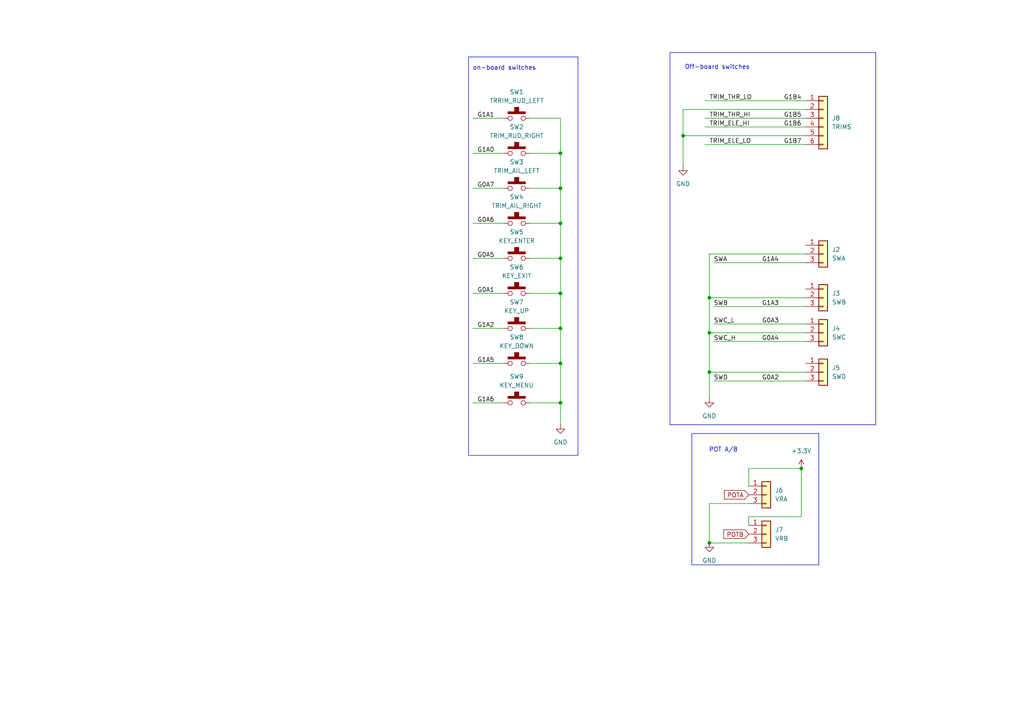
<source format=kicad_sch>
(kicad_sch
	(version 20231120)
	(generator "eeschema")
	(generator_version "8.0")
	(uuid "7913f3b0-07f7-48cf-ba54-35c47cec239d")
	(paper "A4")
	(lib_symbols
		(symbol "0my_project:Tactile_Switch_4P"
			(pin_numbers hide)
			(pin_names
				(offset 0) hide)
			(exclude_from_sim no)
			(in_bom yes)
			(on_board yes)
			(property "Reference" "SW"
				(at 3.175 3.81 0)
				(effects
					(font
						(size 1.27 1.27)
					)
				)
			)
			(property "Value" "Tactile_Switch_4P"
				(at 0 -2.54 0)
				(effects
					(font
						(size 1.27 1.27)
					)
				)
			)
			(property "Footprint" ""
				(at 0 0 0)
				(effects
					(font
						(size 1.27 1.27)
					)
					(hide yes)
				)
			)
			(property "Datasheet" ""
				(at 0 0 0)
				(effects
					(font
						(size 1.27 1.27)
					)
					(hide yes)
				)
			)
			(property "Description" "Tactile switch"
				(at 0 0 0)
				(effects
					(font
						(size 1.27 1.27)
					)
					(hide yes)
				)
			)
			(property "ki_keywords" "push switch"
				(at 0 0 0)
				(effects
					(font
						(size 1.27 1.27)
					)
					(hide yes)
				)
			)
			(property "ki_fp_filters" "TS-06104 SKRPAxE010"
				(at 0 0 0)
				(effects
					(font
						(size 1.27 1.27)
					)
					(hide yes)
				)
			)
			(symbol "Tactile_Switch_4P_0_1"
				(rectangle
					(start -2.54 1.27)
					(end 2.54 1.905)
					(stroke
						(width 0)
						(type default)
					)
					(fill
						(type outline)
					)
				)
				(circle
					(center -1.905 0)
					(radius 0.635)
					(stroke
						(width 0)
						(type default)
					)
					(fill
						(type none)
					)
				)
				(rectangle
					(start -0.635 1.905)
					(end 0.635 3.175)
					(stroke
						(width 0)
						(type default)
					)
					(fill
						(type outline)
					)
				)
				(circle
					(center 1.905 0)
					(radius 0.635)
					(stroke
						(width 0)
						(type default)
					)
					(fill
						(type none)
					)
				)
			)
			(symbol "Tactile_Switch_4P_1_1"
				(pin passive line
					(at -3.81 0 0)
					(length 1.27)
					(name "A"
						(effects
							(font
								(size 1.27 1.27)
							)
						)
					)
					(number "1"
						(effects
							(font
								(size 1.27 1.27)
							)
						)
					)
				)
				(pin passive line
					(at -3.81 0 0)
					(length 1.27) hide
					(name "B"
						(effects
							(font
								(size 1.27 1.27)
							)
						)
					)
					(number "2"
						(effects
							(font
								(size 1.27 1.27)
							)
						)
					)
				)
				(pin passive line
					(at 3.81 0 180)
					(length 1.27)
					(name "C"
						(effects
							(font
								(size 1.27 1.27)
							)
						)
					)
					(number "3"
						(effects
							(font
								(size 1.27 1.27)
							)
						)
					)
				)
				(pin passive line
					(at 3.81 0 180)
					(length 1.27) hide
					(name "D"
						(effects
							(font
								(size 1.27 1.27)
							)
						)
					)
					(number "4"
						(effects
							(font
								(size 1.27 1.27)
							)
						)
					)
				)
			)
		)
		(symbol "Connector_Generic:Conn_01x03"
			(pin_names
				(offset 1.016) hide)
			(exclude_from_sim no)
			(in_bom yes)
			(on_board yes)
			(property "Reference" "J"
				(at 0 5.08 0)
				(effects
					(font
						(size 1.27 1.27)
					)
				)
			)
			(property "Value" "Conn_01x03"
				(at 0 -5.08 0)
				(effects
					(font
						(size 1.27 1.27)
					)
				)
			)
			(property "Footprint" ""
				(at 0 0 0)
				(effects
					(font
						(size 1.27 1.27)
					)
					(hide yes)
				)
			)
			(property "Datasheet" "~"
				(at 0 0 0)
				(effects
					(font
						(size 1.27 1.27)
					)
					(hide yes)
				)
			)
			(property "Description" "Generic connector, single row, 01x03, script generated (kicad-library-utils/schlib/autogen/connector/)"
				(at 0 0 0)
				(effects
					(font
						(size 1.27 1.27)
					)
					(hide yes)
				)
			)
			(property "ki_keywords" "connector"
				(at 0 0 0)
				(effects
					(font
						(size 1.27 1.27)
					)
					(hide yes)
				)
			)
			(property "ki_fp_filters" "Connector*:*_1x??_*"
				(at 0 0 0)
				(effects
					(font
						(size 1.27 1.27)
					)
					(hide yes)
				)
			)
			(symbol "Conn_01x03_1_1"
				(rectangle
					(start -1.27 -2.413)
					(end 0 -2.667)
					(stroke
						(width 0.1524)
						(type default)
					)
					(fill
						(type none)
					)
				)
				(rectangle
					(start -1.27 0.127)
					(end 0 -0.127)
					(stroke
						(width 0.1524)
						(type default)
					)
					(fill
						(type none)
					)
				)
				(rectangle
					(start -1.27 2.667)
					(end 0 2.413)
					(stroke
						(width 0.1524)
						(type default)
					)
					(fill
						(type none)
					)
				)
				(rectangle
					(start -1.27 3.81)
					(end 1.27 -3.81)
					(stroke
						(width 0.254)
						(type default)
					)
					(fill
						(type background)
					)
				)
				(pin passive line
					(at -5.08 2.54 0)
					(length 3.81)
					(name "Pin_1"
						(effects
							(font
								(size 1.27 1.27)
							)
						)
					)
					(number "1"
						(effects
							(font
								(size 1.27 1.27)
							)
						)
					)
				)
				(pin passive line
					(at -5.08 0 0)
					(length 3.81)
					(name "Pin_2"
						(effects
							(font
								(size 1.27 1.27)
							)
						)
					)
					(number "2"
						(effects
							(font
								(size 1.27 1.27)
							)
						)
					)
				)
				(pin passive line
					(at -5.08 -2.54 0)
					(length 3.81)
					(name "Pin_3"
						(effects
							(font
								(size 1.27 1.27)
							)
						)
					)
					(number "3"
						(effects
							(font
								(size 1.27 1.27)
							)
						)
					)
				)
			)
		)
		(symbol "Connector_Generic:Conn_01x06"
			(pin_names
				(offset 1.016) hide)
			(exclude_from_sim no)
			(in_bom yes)
			(on_board yes)
			(property "Reference" "J"
				(at 0 7.62 0)
				(effects
					(font
						(size 1.27 1.27)
					)
				)
			)
			(property "Value" "Conn_01x06"
				(at 0 -10.16 0)
				(effects
					(font
						(size 1.27 1.27)
					)
				)
			)
			(property "Footprint" ""
				(at 0 0 0)
				(effects
					(font
						(size 1.27 1.27)
					)
					(hide yes)
				)
			)
			(property "Datasheet" "~"
				(at 0 0 0)
				(effects
					(font
						(size 1.27 1.27)
					)
					(hide yes)
				)
			)
			(property "Description" "Generic connector, single row, 01x06, script generated (kicad-library-utils/schlib/autogen/connector/)"
				(at 0 0 0)
				(effects
					(font
						(size 1.27 1.27)
					)
					(hide yes)
				)
			)
			(property "ki_keywords" "connector"
				(at 0 0 0)
				(effects
					(font
						(size 1.27 1.27)
					)
					(hide yes)
				)
			)
			(property "ki_fp_filters" "Connector*:*_1x??_*"
				(at 0 0 0)
				(effects
					(font
						(size 1.27 1.27)
					)
					(hide yes)
				)
			)
			(symbol "Conn_01x06_1_1"
				(rectangle
					(start -1.27 -7.493)
					(end 0 -7.747)
					(stroke
						(width 0.1524)
						(type default)
					)
					(fill
						(type none)
					)
				)
				(rectangle
					(start -1.27 -4.953)
					(end 0 -5.207)
					(stroke
						(width 0.1524)
						(type default)
					)
					(fill
						(type none)
					)
				)
				(rectangle
					(start -1.27 -2.413)
					(end 0 -2.667)
					(stroke
						(width 0.1524)
						(type default)
					)
					(fill
						(type none)
					)
				)
				(rectangle
					(start -1.27 0.127)
					(end 0 -0.127)
					(stroke
						(width 0.1524)
						(type default)
					)
					(fill
						(type none)
					)
				)
				(rectangle
					(start -1.27 2.667)
					(end 0 2.413)
					(stroke
						(width 0.1524)
						(type default)
					)
					(fill
						(type none)
					)
				)
				(rectangle
					(start -1.27 5.207)
					(end 0 4.953)
					(stroke
						(width 0.1524)
						(type default)
					)
					(fill
						(type none)
					)
				)
				(rectangle
					(start -1.27 6.35)
					(end 1.27 -8.89)
					(stroke
						(width 0.254)
						(type default)
					)
					(fill
						(type background)
					)
				)
				(pin passive line
					(at -5.08 5.08 0)
					(length 3.81)
					(name "Pin_1"
						(effects
							(font
								(size 1.27 1.27)
							)
						)
					)
					(number "1"
						(effects
							(font
								(size 1.27 1.27)
							)
						)
					)
				)
				(pin passive line
					(at -5.08 2.54 0)
					(length 3.81)
					(name "Pin_2"
						(effects
							(font
								(size 1.27 1.27)
							)
						)
					)
					(number "2"
						(effects
							(font
								(size 1.27 1.27)
							)
						)
					)
				)
				(pin passive line
					(at -5.08 0 0)
					(length 3.81)
					(name "Pin_3"
						(effects
							(font
								(size 1.27 1.27)
							)
						)
					)
					(number "3"
						(effects
							(font
								(size 1.27 1.27)
							)
						)
					)
				)
				(pin passive line
					(at -5.08 -2.54 0)
					(length 3.81)
					(name "Pin_4"
						(effects
							(font
								(size 1.27 1.27)
							)
						)
					)
					(number "4"
						(effects
							(font
								(size 1.27 1.27)
							)
						)
					)
				)
				(pin passive line
					(at -5.08 -5.08 0)
					(length 3.81)
					(name "Pin_5"
						(effects
							(font
								(size 1.27 1.27)
							)
						)
					)
					(number "5"
						(effects
							(font
								(size 1.27 1.27)
							)
						)
					)
				)
				(pin passive line
					(at -5.08 -7.62 0)
					(length 3.81)
					(name "Pin_6"
						(effects
							(font
								(size 1.27 1.27)
							)
						)
					)
					(number "6"
						(effects
							(font
								(size 1.27 1.27)
							)
						)
					)
				)
			)
		)
		(symbol "power:+3.3V"
			(power)
			(pin_numbers hide)
			(pin_names
				(offset 0) hide)
			(exclude_from_sim no)
			(in_bom yes)
			(on_board yes)
			(property "Reference" "#PWR"
				(at 0 -3.81 0)
				(effects
					(font
						(size 1.27 1.27)
					)
					(hide yes)
				)
			)
			(property "Value" "+3.3V"
				(at 0 3.556 0)
				(effects
					(font
						(size 1.27 1.27)
					)
				)
			)
			(property "Footprint" ""
				(at 0 0 0)
				(effects
					(font
						(size 1.27 1.27)
					)
					(hide yes)
				)
			)
			(property "Datasheet" ""
				(at 0 0 0)
				(effects
					(font
						(size 1.27 1.27)
					)
					(hide yes)
				)
			)
			(property "Description" "Power symbol creates a global label with name \"+3.3V\""
				(at 0 0 0)
				(effects
					(font
						(size 1.27 1.27)
					)
					(hide yes)
				)
			)
			(property "ki_keywords" "global power"
				(at 0 0 0)
				(effects
					(font
						(size 1.27 1.27)
					)
					(hide yes)
				)
			)
			(symbol "+3.3V_0_1"
				(polyline
					(pts
						(xy -0.762 1.27) (xy 0 2.54)
					)
					(stroke
						(width 0)
						(type default)
					)
					(fill
						(type none)
					)
				)
				(polyline
					(pts
						(xy 0 0) (xy 0 2.54)
					)
					(stroke
						(width 0)
						(type default)
					)
					(fill
						(type none)
					)
				)
				(polyline
					(pts
						(xy 0 2.54) (xy 0.762 1.27)
					)
					(stroke
						(width 0)
						(type default)
					)
					(fill
						(type none)
					)
				)
			)
			(symbol "+3.3V_1_1"
				(pin power_in line
					(at 0 0 90)
					(length 0)
					(name "~"
						(effects
							(font
								(size 1.27 1.27)
							)
						)
					)
					(number "1"
						(effects
							(font
								(size 1.27 1.27)
							)
						)
					)
				)
			)
		)
		(symbol "power:GND"
			(power)
			(pin_numbers hide)
			(pin_names
				(offset 0) hide)
			(exclude_from_sim no)
			(in_bom yes)
			(on_board yes)
			(property "Reference" "#PWR"
				(at 0 -6.35 0)
				(effects
					(font
						(size 1.27 1.27)
					)
					(hide yes)
				)
			)
			(property "Value" "GND"
				(at 0 -3.81 0)
				(effects
					(font
						(size 1.27 1.27)
					)
				)
			)
			(property "Footprint" ""
				(at 0 0 0)
				(effects
					(font
						(size 1.27 1.27)
					)
					(hide yes)
				)
			)
			(property "Datasheet" ""
				(at 0 0 0)
				(effects
					(font
						(size 1.27 1.27)
					)
					(hide yes)
				)
			)
			(property "Description" "Power symbol creates a global label with name \"GND\" , ground"
				(at 0 0 0)
				(effects
					(font
						(size 1.27 1.27)
					)
					(hide yes)
				)
			)
			(property "ki_keywords" "global power"
				(at 0 0 0)
				(effects
					(font
						(size 1.27 1.27)
					)
					(hide yes)
				)
			)
			(symbol "GND_0_1"
				(polyline
					(pts
						(xy 0 0) (xy 0 -1.27) (xy 1.27 -1.27) (xy 0 -2.54) (xy -1.27 -1.27) (xy 0 -1.27)
					)
					(stroke
						(width 0)
						(type default)
					)
					(fill
						(type none)
					)
				)
			)
			(symbol "GND_1_1"
				(pin power_in line
					(at 0 0 270)
					(length 0)
					(name "~"
						(effects
							(font
								(size 1.27 1.27)
							)
						)
					)
					(number "1"
						(effects
							(font
								(size 1.27 1.27)
							)
						)
					)
				)
			)
		)
	)
	(junction
		(at 162.56 44.45)
		(diameter 0)
		(color 0 0 0 0)
		(uuid "14890198-2bac-4c7f-b8ad-158a550800a6")
	)
	(junction
		(at 232.41 135.89)
		(diameter 0)
		(color 0 0 0 0)
		(uuid "55ac8f39-4e8e-4b8a-b3ac-7c55feaf5551")
	)
	(junction
		(at 162.56 116.84)
		(diameter 0)
		(color 0 0 0 0)
		(uuid "68ae068c-2eb5-4cab-a180-1f8531d50686")
	)
	(junction
		(at 205.74 96.52)
		(diameter 0)
		(color 0 0 0 0)
		(uuid "80242d53-9fad-4b16-a4c7-dd7b03816609")
	)
	(junction
		(at 205.74 107.95)
		(diameter 0)
		(color 0 0 0 0)
		(uuid "827ccbd7-8798-4bdd-92ab-d98bf51621b3")
	)
	(junction
		(at 205.74 86.36)
		(diameter 0)
		(color 0 0 0 0)
		(uuid "97ece449-f1b0-4a9d-affb-e1fc7af447d5")
	)
	(junction
		(at 205.74 157.48)
		(diameter 0)
		(color 0 0 0 0)
		(uuid "aa910161-4e39-47fc-a4c4-492e1eb87140")
	)
	(junction
		(at 162.56 74.93)
		(diameter 0)
		(color 0 0 0 0)
		(uuid "ab0d1e9e-e462-4a74-b9b8-d48b42ebca23")
	)
	(junction
		(at 198.12 39.37)
		(diameter 0)
		(color 0 0 0 0)
		(uuid "c2e4f655-57c9-4f41-870a-f4d5b33c6fa8")
	)
	(junction
		(at 162.56 64.77)
		(diameter 0)
		(color 0 0 0 0)
		(uuid "d3e27026-893f-4612-b96c-4cfecea22ef8")
	)
	(junction
		(at 162.56 95.25)
		(diameter 0)
		(color 0 0 0 0)
		(uuid "d520b5cf-c036-42c7-88c9-9c8344f3d84f")
	)
	(junction
		(at 162.56 85.09)
		(diameter 0)
		(color 0 0 0 0)
		(uuid "eed16491-2fce-49ab-a2e8-38135ed29cc4")
	)
	(junction
		(at 162.56 54.61)
		(diameter 0)
		(color 0 0 0 0)
		(uuid "f936ef3f-1eb2-4173-a355-7eb569cf1f5f")
	)
	(junction
		(at 162.56 105.41)
		(diameter 0)
		(color 0 0 0 0)
		(uuid "fc8671fd-c04d-4cfd-8abf-8fb568966b56")
	)
	(wire
		(pts
			(xy 162.56 64.77) (xy 162.56 74.93)
		)
		(stroke
			(width 0)
			(type default)
		)
		(uuid "0b449be8-d769-43cc-9109-5faa65d42cde")
	)
	(wire
		(pts
			(xy 217.17 135.89) (xy 232.41 135.89)
		)
		(stroke
			(width 0)
			(type default)
		)
		(uuid "0f1f027c-dbe7-4f05-8dfc-644aaae76a7a")
	)
	(wire
		(pts
			(xy 153.67 34.29) (xy 162.56 34.29)
		)
		(stroke
			(width 0)
			(type default)
		)
		(uuid "141a2b9b-300e-4a2f-8ea7-4a62f46a062b")
	)
	(wire
		(pts
			(xy 137.16 74.93) (xy 146.05 74.93)
		)
		(stroke
			(width 0)
			(type default)
		)
		(uuid "16ee5f1d-03f1-40b9-b2ae-5cafb5d3ac30")
	)
	(wire
		(pts
			(xy 204.47 29.21) (xy 233.68 29.21)
		)
		(stroke
			(width 0)
			(type default)
		)
		(uuid "1b0b7ab8-e4b9-4b0a-aa61-e7bc78947cd3")
	)
	(wire
		(pts
			(xy 153.67 85.09) (xy 162.56 85.09)
		)
		(stroke
			(width 0)
			(type default)
		)
		(uuid "1b867de5-6ffe-4d7e-9334-6301abeebbbd")
	)
	(wire
		(pts
			(xy 207.01 76.2) (xy 233.68 76.2)
		)
		(stroke
			(width 0)
			(type default)
		)
		(uuid "20553e6b-414c-4fa6-a3d2-4524b19fb2d9")
	)
	(wire
		(pts
			(xy 162.56 105.41) (xy 162.56 116.84)
		)
		(stroke
			(width 0)
			(type default)
		)
		(uuid "242e2bd2-2ea8-43b4-b544-94d4c6c360f3")
	)
	(wire
		(pts
			(xy 207.01 99.06) (xy 233.68 99.06)
		)
		(stroke
			(width 0)
			(type default)
		)
		(uuid "2510614b-1b7c-4a8b-83c3-d5b0638eff04")
	)
	(wire
		(pts
			(xy 153.67 44.45) (xy 162.56 44.45)
		)
		(stroke
			(width 0)
			(type default)
		)
		(uuid "275d667d-30b3-4b8e-8fba-bdb880dee018")
	)
	(wire
		(pts
			(xy 137.16 54.61) (xy 146.05 54.61)
		)
		(stroke
			(width 0)
			(type default)
		)
		(uuid "2840d7e8-3dc2-4165-800c-b73c3711b0e2")
	)
	(wire
		(pts
			(xy 232.41 149.86) (xy 232.41 135.89)
		)
		(stroke
			(width 0)
			(type default)
		)
		(uuid "28b9ab05-c863-454c-9ca0-322e383ce8e2")
	)
	(wire
		(pts
			(xy 153.67 54.61) (xy 162.56 54.61)
		)
		(stroke
			(width 0)
			(type default)
		)
		(uuid "2ebdbbc3-3084-4149-a623-12df6884baf4")
	)
	(wire
		(pts
			(xy 217.17 157.48) (xy 205.74 157.48)
		)
		(stroke
			(width 0)
			(type default)
		)
		(uuid "312d025c-b04d-4327-819e-f7f7c0451633")
	)
	(wire
		(pts
			(xy 205.74 73.66) (xy 233.68 73.66)
		)
		(stroke
			(width 0)
			(type default)
		)
		(uuid "4c3f869a-3c2a-4559-a445-83ed722edb62")
	)
	(wire
		(pts
			(xy 205.74 73.66) (xy 205.74 86.36)
		)
		(stroke
			(width 0)
			(type default)
		)
		(uuid "4f08ce27-4869-4a57-9beb-07d6873e6fe5")
	)
	(wire
		(pts
			(xy 205.74 96.52) (xy 205.74 107.95)
		)
		(stroke
			(width 0)
			(type default)
		)
		(uuid "526ccd12-9a00-43d4-aca6-c75ca5aff314")
	)
	(wire
		(pts
			(xy 162.56 85.09) (xy 162.56 95.25)
		)
		(stroke
			(width 0)
			(type default)
		)
		(uuid "5423072d-96cc-48ab-b478-9a6fc098a5cd")
	)
	(wire
		(pts
			(xy 205.74 96.52) (xy 233.68 96.52)
		)
		(stroke
			(width 0)
			(type default)
		)
		(uuid "54dda36f-7fef-476e-a5e2-8ce336d5ec2b")
	)
	(wire
		(pts
			(xy 162.56 44.45) (xy 162.56 54.61)
		)
		(stroke
			(width 0)
			(type default)
		)
		(uuid "560a9ab4-dc5e-4094-a05b-4725a4ccf790")
	)
	(wire
		(pts
			(xy 137.16 64.77) (xy 146.05 64.77)
		)
		(stroke
			(width 0)
			(type default)
		)
		(uuid "58c9bbc1-7be7-40c0-88c7-fd9a0187547d")
	)
	(wire
		(pts
			(xy 162.56 34.29) (xy 162.56 44.45)
		)
		(stroke
			(width 0)
			(type default)
		)
		(uuid "5ab45514-3636-4838-bb6d-0474bacceaba")
	)
	(wire
		(pts
			(xy 162.56 54.61) (xy 162.56 64.77)
		)
		(stroke
			(width 0)
			(type default)
		)
		(uuid "5baf6959-21e6-4b4b-af1e-e713b38a23c1")
	)
	(wire
		(pts
			(xy 207.01 93.98) (xy 233.68 93.98)
		)
		(stroke
			(width 0)
			(type default)
		)
		(uuid "5e30840f-2909-4198-86a0-74fe5086d821")
	)
	(wire
		(pts
			(xy 162.56 95.25) (xy 162.56 105.41)
		)
		(stroke
			(width 0)
			(type default)
		)
		(uuid "65ad2ff8-bc97-4079-810a-b8e3473c4057")
	)
	(wire
		(pts
			(xy 207.01 110.49) (xy 233.68 110.49)
		)
		(stroke
			(width 0)
			(type default)
		)
		(uuid "69794671-ee1b-4e3e-94f0-d3e8793df5bc")
	)
	(wire
		(pts
			(xy 217.17 140.97) (xy 217.17 135.89)
		)
		(stroke
			(width 0)
			(type default)
		)
		(uuid "6f8d696d-ff8a-4beb-abbd-0d2448dd78ec")
	)
	(wire
		(pts
			(xy 204.47 36.83) (xy 233.68 36.83)
		)
		(stroke
			(width 0)
			(type default)
		)
		(uuid "772c78a9-7241-439c-8262-3094c5198512")
	)
	(wire
		(pts
			(xy 137.16 95.25) (xy 146.05 95.25)
		)
		(stroke
			(width 0)
			(type default)
		)
		(uuid "860c04f8-4927-4bb5-93eb-254eef9f18d7")
	)
	(wire
		(pts
			(xy 204.47 41.91) (xy 233.68 41.91)
		)
		(stroke
			(width 0)
			(type default)
		)
		(uuid "8a8b94cd-e294-433c-85a8-f73920c1c811")
	)
	(wire
		(pts
			(xy 153.67 105.41) (xy 162.56 105.41)
		)
		(stroke
			(width 0)
			(type default)
		)
		(uuid "8c4bfbe1-1e02-41eb-b4ca-3de262466f58")
	)
	(wire
		(pts
			(xy 217.17 146.05) (xy 205.74 146.05)
		)
		(stroke
			(width 0)
			(type default)
		)
		(uuid "8e6ef13b-9478-4f28-bbf4-75a4ac12b1e6")
	)
	(wire
		(pts
			(xy 137.16 44.45) (xy 146.05 44.45)
		)
		(stroke
			(width 0)
			(type default)
		)
		(uuid "98debc42-6797-40d2-a2bc-18016d4a1971")
	)
	(wire
		(pts
			(xy 137.16 116.84) (xy 146.05 116.84)
		)
		(stroke
			(width 0)
			(type default)
		)
		(uuid "9a79aa86-137d-4674-af39-48a5c4eb1779")
	)
	(wire
		(pts
			(xy 153.67 64.77) (xy 162.56 64.77)
		)
		(stroke
			(width 0)
			(type default)
		)
		(uuid "9b495262-e5d4-40ae-8f32-b26c7d1b7933")
	)
	(wire
		(pts
			(xy 204.47 34.29) (xy 233.68 34.29)
		)
		(stroke
			(width 0)
			(type default)
		)
		(uuid "a166fc7f-fc33-4979-bf35-ea8754b8732b")
	)
	(wire
		(pts
			(xy 162.56 74.93) (xy 162.56 85.09)
		)
		(stroke
			(width 0)
			(type default)
		)
		(uuid "a6b225f9-0c47-4da2-8a6d-48bf6b7226c1")
	)
	(wire
		(pts
			(xy 205.74 86.36) (xy 205.74 96.52)
		)
		(stroke
			(width 0)
			(type default)
		)
		(uuid "a7102c1d-b1dd-44d7-8e30-776af1efd901")
	)
	(wire
		(pts
			(xy 198.12 39.37) (xy 233.68 39.37)
		)
		(stroke
			(width 0)
			(type default)
		)
		(uuid "a7a5c9dc-0f1d-4080-8047-427adcc54d96")
	)
	(wire
		(pts
			(xy 205.74 146.05) (xy 205.74 157.48)
		)
		(stroke
			(width 0)
			(type default)
		)
		(uuid "abd23eb2-acad-4bad-b156-b90d8127ba41")
	)
	(wire
		(pts
			(xy 137.16 85.09) (xy 146.05 85.09)
		)
		(stroke
			(width 0)
			(type default)
		)
		(uuid "af3e41cf-0444-4fef-9ecc-54898eeff1f4")
	)
	(wire
		(pts
			(xy 217.17 149.86) (xy 232.41 149.86)
		)
		(stroke
			(width 0)
			(type default)
		)
		(uuid "afed03d3-da26-44d2-ba70-3d468ec80ce7")
	)
	(wire
		(pts
			(xy 205.74 86.36) (xy 233.68 86.36)
		)
		(stroke
			(width 0)
			(type default)
		)
		(uuid "b3e006ca-071b-47e8-ad8c-092fe89d1ffa")
	)
	(wire
		(pts
			(xy 207.01 88.9) (xy 233.68 88.9)
		)
		(stroke
			(width 0)
			(type default)
		)
		(uuid "b5437c67-a475-42d3-a741-c575c88f0c40")
	)
	(wire
		(pts
			(xy 153.67 95.25) (xy 162.56 95.25)
		)
		(stroke
			(width 0)
			(type default)
		)
		(uuid "b9e55ec7-b07a-4df5-addf-7f006894276d")
	)
	(wire
		(pts
			(xy 137.16 34.29) (xy 146.05 34.29)
		)
		(stroke
			(width 0)
			(type default)
		)
		(uuid "bfbbbfa1-7ea0-48a0-bc23-7cb878366b97")
	)
	(wire
		(pts
			(xy 137.16 105.41) (xy 146.05 105.41)
		)
		(stroke
			(width 0)
			(type default)
		)
		(uuid "c78488ba-6f45-4be6-863c-50df56ef3f93")
	)
	(wire
		(pts
			(xy 198.12 31.75) (xy 198.12 39.37)
		)
		(stroke
			(width 0)
			(type default)
		)
		(uuid "c8435cab-5a7a-4089-b705-fee0a5c4197c")
	)
	(wire
		(pts
			(xy 162.56 116.84) (xy 162.56 123.19)
		)
		(stroke
			(width 0)
			(type default)
		)
		(uuid "cab78cc6-1c41-40b2-ab4c-b05d7387dc62")
	)
	(wire
		(pts
			(xy 153.67 74.93) (xy 162.56 74.93)
		)
		(stroke
			(width 0)
			(type default)
		)
		(uuid "cd1d236c-7f79-4809-a77a-b8479193511f")
	)
	(wire
		(pts
			(xy 217.17 152.4) (xy 217.17 149.86)
		)
		(stroke
			(width 0)
			(type default)
		)
		(uuid "cff09758-4723-46f3-9c00-1e59f4b80bc3")
	)
	(wire
		(pts
			(xy 198.12 31.75) (xy 233.68 31.75)
		)
		(stroke
			(width 0)
			(type default)
		)
		(uuid "d6bbec49-cdfe-477e-8e35-6be77d6e1956")
	)
	(wire
		(pts
			(xy 205.74 107.95) (xy 233.68 107.95)
		)
		(stroke
			(width 0)
			(type default)
		)
		(uuid "e0d2fa83-efc4-4a8e-b26a-7d5a24dee782")
	)
	(wire
		(pts
			(xy 153.67 116.84) (xy 162.56 116.84)
		)
		(stroke
			(width 0)
			(type default)
		)
		(uuid "ef60769e-ec57-4549-9b24-5de3c4ea4a2f")
	)
	(wire
		(pts
			(xy 205.74 115.57) (xy 205.74 107.95)
		)
		(stroke
			(width 0)
			(type default)
		)
		(uuid "efd79c5f-4014-483b-a291-7f34f0c8b19f")
	)
	(wire
		(pts
			(xy 198.12 39.37) (xy 198.12 48.26)
		)
		(stroke
			(width 0)
			(type default)
		)
		(uuid "eff0aaae-98e4-46a3-bbc1-a74a675a6d9d")
	)
	(rectangle
		(start 194.31 15.24)
		(end 254 123.19)
		(stroke
			(width 0)
			(type default)
		)
		(fill
			(type none)
		)
		(uuid 1e54606b-8f4a-4058-957b-7912cc5e101f)
	)
	(rectangle
		(start 135.89 16.51)
		(end 167.64 132.08)
		(stroke
			(width 0)
			(type default)
		)
		(fill
			(type none)
		)
		(uuid 33f38096-81a2-4730-86f0-3545d06aeac2)
	)
	(rectangle
		(start 200.66 125.73)
		(end 237.49 163.83)
		(stroke
			(width 0)
			(type default)
		)
		(fill
			(type none)
		)
		(uuid 60c0c696-ffea-4e60-9b82-a6336a5c7f19)
	)
	(text "POT A/B"
		(exclude_from_sim no)
		(at 209.804 130.556 0)
		(effects
			(font
				(size 1.27 1.27)
			)
		)
		(uuid "2749e768-a782-4f41-a9b8-ce8a9538410e")
	)
	(text "on-board switches"
		(exclude_from_sim no)
		(at 146.304 19.812 0)
		(effects
			(font
				(size 1.27 1.27)
			)
		)
		(uuid "4386126b-7654-4901-bc7d-fcae290fd9a4")
	)
	(text "Off-board switches"
		(exclude_from_sim no)
		(at 208.026 19.558 0)
		(effects
			(font
				(size 1.27 1.27)
			)
		)
		(uuid "ba2aafda-8e16-44a6-bedb-3eca37a9f83d")
	)
	(label "G0A7"
		(at 138.43 54.61 0)
		(fields_autoplaced yes)
		(effects
			(font
				(size 1.27 1.27)
			)
			(justify left bottom)
		)
		(uuid "03bd588f-0ad7-4a7c-a291-2ce99b94a5bd")
	)
	(label "G1B5"
		(at 227.33 34.29 0)
		(fields_autoplaced yes)
		(effects
			(font
				(size 1.27 1.27)
			)
			(justify left bottom)
		)
		(uuid "067ff4b8-c28d-479b-afe7-a4ba9ed85f93")
	)
	(label "G0A2"
		(at 220.98 110.49 0)
		(fields_autoplaced yes)
		(effects
			(font
				(size 1.27 1.27)
			)
			(justify left bottom)
		)
		(uuid "0bddff46-b9bf-4b49-bee3-8a2a1081bee2")
	)
	(label "G1A6"
		(at 138.43 116.84 0)
		(fields_autoplaced yes)
		(effects
			(font
				(size 1.27 1.27)
			)
			(justify left bottom)
		)
		(uuid "0f39e9f3-ddbd-4d33-8652-8bc36784396f")
	)
	(label "SWC_H"
		(at 207.01 99.06 0)
		(fields_autoplaced yes)
		(effects
			(font
				(size 1.27 1.27)
			)
			(justify left bottom)
		)
		(uuid "16545f13-b46d-40bf-8e02-72e47ba8959d")
	)
	(label "G1B6"
		(at 227.33 36.83 0)
		(fields_autoplaced yes)
		(effects
			(font
				(size 1.27 1.27)
			)
			(justify left bottom)
		)
		(uuid "16e2235d-240c-4ec9-9cf8-2071a4ec7e6d")
	)
	(label "G0A3"
		(at 220.98 93.98 0)
		(fields_autoplaced yes)
		(effects
			(font
				(size 1.27 1.27)
			)
			(justify left bottom)
		)
		(uuid "21c3e87a-f6ce-4adb-a9cc-0ae93b23d011")
	)
	(label "G1B7"
		(at 227.33 41.91 0)
		(fields_autoplaced yes)
		(effects
			(font
				(size 1.27 1.27)
			)
			(justify left bottom)
		)
		(uuid "31ec83a2-e224-4d57-85f2-683815f31c25")
	)
	(label "G1A2"
		(at 138.43 95.25 0)
		(fields_autoplaced yes)
		(effects
			(font
				(size 1.27 1.27)
			)
			(justify left bottom)
		)
		(uuid "32ba84e4-81df-4cf2-a87a-e24a6a959d77")
	)
	(label "SWC_L"
		(at 207.01 93.98 0)
		(fields_autoplaced yes)
		(effects
			(font
				(size 1.27 1.27)
			)
			(justify left bottom)
		)
		(uuid "3a13e030-4376-42c9-9682-671e5ae2f2dd")
	)
	(label "G0A5"
		(at 138.43 74.93 0)
		(fields_autoplaced yes)
		(effects
			(font
				(size 1.27 1.27)
			)
			(justify left bottom)
		)
		(uuid "55119274-f23c-4a72-bde0-f34c5543e815")
	)
	(label "G1A4"
		(at 220.98 76.2 0)
		(fields_autoplaced yes)
		(effects
			(font
				(size 1.27 1.27)
			)
			(justify left bottom)
		)
		(uuid "5fd5a20c-97b5-4855-b5ed-20ef71a2ff60")
	)
	(label "TRIM_THR_HI"
		(at 205.74 34.29 0)
		(fields_autoplaced yes)
		(effects
			(font
				(size 1.27 1.27)
			)
			(justify left bottom)
		)
		(uuid "61c83bd7-5160-4ff5-b717-838e0294e7b6")
	)
	(label "G1A5"
		(at 138.43 105.41 0)
		(fields_autoplaced yes)
		(effects
			(font
				(size 1.27 1.27)
			)
			(justify left bottom)
		)
		(uuid "653c1b39-df99-406a-a33f-ea5c66e2f830")
	)
	(label "G0A4"
		(at 220.98 99.06 0)
		(fields_autoplaced yes)
		(effects
			(font
				(size 1.27 1.27)
			)
			(justify left bottom)
		)
		(uuid "690c4783-3887-475c-86f9-e511b78750fc")
	)
	(label "G0A6"
		(at 138.43 64.77 0)
		(fields_autoplaced yes)
		(effects
			(font
				(size 1.27 1.27)
			)
			(justify left bottom)
		)
		(uuid "9359f169-2663-449d-ba41-cd26b44600cc")
	)
	(label "G1A3"
		(at 220.98 88.9 0)
		(fields_autoplaced yes)
		(effects
			(font
				(size 1.27 1.27)
			)
			(justify left bottom)
		)
		(uuid "99135956-1aaa-45e1-815d-33f02015d0d0")
	)
	(label "TRIM_ELE_HI"
		(at 205.74 36.83 0)
		(fields_autoplaced yes)
		(effects
			(font
				(size 1.27 1.27)
			)
			(justify left bottom)
		)
		(uuid "a453c5f4-7f38-458e-8a73-8860e5ac6847")
	)
	(label "G1A0"
		(at 138.43 44.45 0)
		(fields_autoplaced yes)
		(effects
			(font
				(size 1.27 1.27)
			)
			(justify left bottom)
		)
		(uuid "a5565f8b-babe-4f3d-b069-106caea25b56")
	)
	(label "G1A1"
		(at 138.43 34.29 0)
		(fields_autoplaced yes)
		(effects
			(font
				(size 1.27 1.27)
			)
			(justify left bottom)
		)
		(uuid "cf2b1656-6988-4984-88b9-2e6ff11404cb")
	)
	(label "TRIM_ELE_LO"
		(at 205.74 41.91 0)
		(fields_autoplaced yes)
		(effects
			(font
				(size 1.27 1.27)
			)
			(justify left bottom)
		)
		(uuid "d1c9ff52-5b4d-4295-8df6-52e7936807f0")
	)
	(label "G0A1"
		(at 138.43 85.09 0)
		(fields_autoplaced yes)
		(effects
			(font
				(size 1.27 1.27)
			)
			(justify left bottom)
		)
		(uuid "d4c446c7-4a21-4158-b111-00d8f4e45027")
	)
	(label "TRIM_THR_LO"
		(at 205.74 29.21 0)
		(fields_autoplaced yes)
		(effects
			(font
				(size 1.27 1.27)
			)
			(justify left bottom)
		)
		(uuid "dcb919bf-75a6-4747-9380-cb83fa2b66af")
	)
	(label "SWD"
		(at 207.01 110.49 0)
		(fields_autoplaced yes)
		(effects
			(font
				(size 1.27 1.27)
			)
			(justify left bottom)
		)
		(uuid "dfd15a50-13e1-47a8-81c2-84c8a2e939d3")
	)
	(label "SWA"
		(at 207.01 76.2 0)
		(fields_autoplaced yes)
		(effects
			(font
				(size 1.27 1.27)
			)
			(justify left bottom)
		)
		(uuid "e0c58696-ddf5-4746-8820-6b5128e14efc")
	)
	(label "SWB"
		(at 207.01 88.9 0)
		(fields_autoplaced yes)
		(effects
			(font
				(size 1.27 1.27)
			)
			(justify left bottom)
		)
		(uuid "f0f260b8-0b41-43f6-94a4-379e7acc650b")
	)
	(label "G1B4"
		(at 227.33 29.21 0)
		(fields_autoplaced yes)
		(effects
			(font
				(size 1.27 1.27)
			)
			(justify left bottom)
		)
		(uuid "f4d2c123-70ec-458b-a3bf-afc70e80c97e")
	)
	(global_label "POTB"
		(shape input)
		(at 217.17 154.94 180)
		(fields_autoplaced yes)
		(effects
			(font
				(size 1.27 1.27)
			)
			(justify right)
		)
		(uuid "38c3d15c-e9fa-4953-adac-f66e32335af4")
		(property "Intersheetrefs" "${INTERSHEET_REFS}"
			(at 209.3467 154.94 0)
			(effects
				(font
					(size 1.27 1.27)
				)
				(justify right)
				(hide yes)
			)
		)
	)
	(global_label "POTA"
		(shape input)
		(at 217.17 143.51 180)
		(fields_autoplaced yes)
		(effects
			(font
				(size 1.27 1.27)
			)
			(justify right)
		)
		(uuid "807dee5c-7f13-4af4-b3a7-1c52b837b9b1")
		(property "Intersheetrefs" "${INTERSHEET_REFS}"
			(at 209.5281 143.51 0)
			(effects
				(font
					(size 1.27 1.27)
				)
				(justify right)
				(hide yes)
			)
		)
	)
	(symbol
		(lib_id "0my_project:Tactile_Switch_4P")
		(at 149.86 105.41 0)
		(unit 1)
		(exclude_from_sim no)
		(in_bom yes)
		(on_board yes)
		(dnp no)
		(fields_autoplaced yes)
		(uuid "2d73b68f-496e-47e2-9729-278001478c29")
		(property "Reference" "SW8"
			(at 149.86 97.79 0)
			(effects
				(font
					(size 1.27 1.27)
				)
			)
		)
		(property "Value" "KEY_DOWN"
			(at 149.86 100.33 0)
			(effects
				(font
					(size 1.27 1.27)
				)
			)
		)
		(property "Footprint" "my_footprints:SW_6.2mm"
			(at 149.86 105.41 0)
			(effects
				(font
					(size 1.27 1.27)
				)
				(hide yes)
			)
		)
		(property "Datasheet" ""
			(at 149.86 105.41 0)
			(effects
				(font
					(size 1.27 1.27)
				)
				(hide yes)
			)
		)
		(property "Description" "Tactile switch"
			(at 149.86 105.41 0)
			(effects
				(font
					(size 1.27 1.27)
				)
				(hide yes)
			)
		)
		(pin "3"
			(uuid "a0d02c62-00ec-4421-aefe-38292200d02b")
		)
		(pin "1"
			(uuid "924779c0-effd-49d8-aa63-c3d5c98f0eb1")
		)
		(pin "4"
			(uuid "2a71eaa9-9223-4c03-9409-f359d3edd25d")
		)
		(pin "2"
			(uuid "c3065a8f-8f93-46ac-9eb4-aa3591097ab5")
		)
		(instances
			(project "FS6"
				(path "/f9f54452-72bc-42e0-a85c-2b2c5cedd536/b1aced65-cda0-4d30-b2f4-6d0180c9f383"
					(reference "SW8")
					(unit 1)
				)
			)
		)
	)
	(symbol
		(lib_id "Connector_Generic:Conn_01x03")
		(at 222.25 154.94 0)
		(unit 1)
		(exclude_from_sim no)
		(in_bom yes)
		(on_board yes)
		(dnp no)
		(fields_autoplaced yes)
		(uuid "33003494-71ca-44d6-9c51-a6ac3dcecabd")
		(property "Reference" "J7"
			(at 224.79 153.6699 0)
			(effects
				(font
					(size 1.27 1.27)
				)
				(justify left)
			)
		)
		(property "Value" "VRB"
			(at 224.79 156.2099 0)
			(effects
				(font
					(size 1.27 1.27)
				)
				(justify left)
			)
		)
		(property "Footprint" "Connector_JST:JST_GH_BM03B-GHS-TBT_1x03-1MP_P1.25mm_Vertical"
			(at 222.25 154.94 0)
			(effects
				(font
					(size 1.27 1.27)
				)
				(hide yes)
			)
		)
		(property "Datasheet" "~"
			(at 222.25 154.94 0)
			(effects
				(font
					(size 1.27 1.27)
				)
				(hide yes)
			)
		)
		(property "Description" "Generic connector, single row, 01x03, script generated (kicad-library-utils/schlib/autogen/connector/)"
			(at 222.25 154.94 0)
			(effects
				(font
					(size 1.27 1.27)
				)
				(hide yes)
			)
		)
		(pin "3"
			(uuid "b30de3f7-2533-4206-a134-ea6237ae1a77")
		)
		(pin "2"
			(uuid "919ef90e-4243-4313-8a0d-3226f27e08fa")
		)
		(pin "1"
			(uuid "e91c73d9-774c-4cab-b436-396518d21564")
		)
		(instances
			(project "FS6"
				(path "/f9f54452-72bc-42e0-a85c-2b2c5cedd536/b1aced65-cda0-4d30-b2f4-6d0180c9f383"
					(reference "J7")
					(unit 1)
				)
			)
		)
	)
	(symbol
		(lib_id "0my_project:Tactile_Switch_4P")
		(at 149.86 116.84 0)
		(unit 1)
		(exclude_from_sim no)
		(in_bom yes)
		(on_board yes)
		(dnp no)
		(fields_autoplaced yes)
		(uuid "387f7275-be2b-4d1b-9b37-926afa13e031")
		(property "Reference" "SW9"
			(at 149.86 109.22 0)
			(effects
				(font
					(size 1.27 1.27)
				)
			)
		)
		(property "Value" "KEY_MENU"
			(at 149.86 111.76 0)
			(effects
				(font
					(size 1.27 1.27)
				)
			)
		)
		(property "Footprint" "my_footprints:SW_12mm"
			(at 149.86 116.84 0)
			(effects
				(font
					(size 1.27 1.27)
				)
				(hide yes)
			)
		)
		(property "Datasheet" ""
			(at 149.86 116.84 0)
			(effects
				(font
					(size 1.27 1.27)
				)
				(hide yes)
			)
		)
		(property "Description" "Tactile switch"
			(at 149.86 116.84 0)
			(effects
				(font
					(size 1.27 1.27)
				)
				(hide yes)
			)
		)
		(pin "3"
			(uuid "9816c3ed-418b-4535-8f7d-65e2314ee2bc")
		)
		(pin "1"
			(uuid "79f23b04-7360-43f4-9137-b5b312623176")
		)
		(pin "4"
			(uuid "1d68b86b-b488-4cd5-9c81-7dbff93e1c34")
		)
		(pin "2"
			(uuid "e3e77a77-7db7-4dbb-b01b-4f60224900fb")
		)
		(instances
			(project "FS6"
				(path "/f9f54452-72bc-42e0-a85c-2b2c5cedd536/b1aced65-cda0-4d30-b2f4-6d0180c9f383"
					(reference "SW9")
					(unit 1)
				)
			)
		)
	)
	(symbol
		(lib_id "0my_project:Tactile_Switch_4P")
		(at 149.86 95.25 0)
		(unit 1)
		(exclude_from_sim no)
		(in_bom yes)
		(on_board yes)
		(dnp no)
		(fields_autoplaced yes)
		(uuid "3ebc62c8-7eea-40f8-81af-008a1b2ac1ac")
		(property "Reference" "SW7"
			(at 149.86 87.63 0)
			(effects
				(font
					(size 1.27 1.27)
				)
			)
		)
		(property "Value" "KEY_UP"
			(at 149.86 90.17 0)
			(effects
				(font
					(size 1.27 1.27)
				)
			)
		)
		(property "Footprint" "my_footprints:SW_6.2mm"
			(at 149.86 95.25 0)
			(effects
				(font
					(size 1.27 1.27)
				)
				(hide yes)
			)
		)
		(property "Datasheet" ""
			(at 149.86 95.25 0)
			(effects
				(font
					(size 1.27 1.27)
				)
				(hide yes)
			)
		)
		(property "Description" "Tactile switch"
			(at 149.86 95.25 0)
			(effects
				(font
					(size 1.27 1.27)
				)
				(hide yes)
			)
		)
		(pin "3"
			(uuid "e9a50d3e-9df2-48e1-936a-66f490d728a6")
		)
		(pin "1"
			(uuid "a781936c-dbef-489e-95f5-d0ee44cfa367")
		)
		(pin "4"
			(uuid "67015647-6749-4e1f-bd6f-1ba4d1529de9")
		)
		(pin "2"
			(uuid "770d04fc-f3d6-4409-af01-4bde4608a529")
		)
		(instances
			(project "FS6"
				(path "/f9f54452-72bc-42e0-a85c-2b2c5cedd536/b1aced65-cda0-4d30-b2f4-6d0180c9f383"
					(reference "SW7")
					(unit 1)
				)
			)
		)
	)
	(symbol
		(lib_id "0my_project:Tactile_Switch_4P")
		(at 149.86 64.77 0)
		(unit 1)
		(exclude_from_sim no)
		(in_bom yes)
		(on_board yes)
		(dnp no)
		(fields_autoplaced yes)
		(uuid "420a0f14-fcac-491b-a7de-e7fdee167a88")
		(property "Reference" "SW4"
			(at 149.86 57.15 0)
			(effects
				(font
					(size 1.27 1.27)
				)
			)
		)
		(property "Value" "TRIM_AIL_RIGHT"
			(at 149.86 59.69 0)
			(effects
				(font
					(size 1.27 1.27)
				)
			)
		)
		(property "Footprint" "my_footprints:SW_6.2mm"
			(at 149.86 64.77 0)
			(effects
				(font
					(size 1.27 1.27)
				)
				(hide yes)
			)
		)
		(property "Datasheet" ""
			(at 149.86 64.77 0)
			(effects
				(font
					(size 1.27 1.27)
				)
				(hide yes)
			)
		)
		(property "Description" "Tactile switch"
			(at 149.86 64.77 0)
			(effects
				(font
					(size 1.27 1.27)
				)
				(hide yes)
			)
		)
		(pin "3"
			(uuid "f5e9b4a1-b997-411b-9034-c05fe0ff9a27")
		)
		(pin "1"
			(uuid "dcb23280-c637-4b69-abd8-4195e26263c5")
		)
		(pin "4"
			(uuid "ef6258ae-5b8b-48d6-9abd-514e54021804")
		)
		(pin "2"
			(uuid "8098c7f1-1525-42b5-8a8d-df88312bbaca")
		)
		(instances
			(project "FS6"
				(path "/f9f54452-72bc-42e0-a85c-2b2c5cedd536/b1aced65-cda0-4d30-b2f4-6d0180c9f383"
					(reference "SW4")
					(unit 1)
				)
			)
		)
	)
	(symbol
		(lib_id "power:GND")
		(at 162.56 123.19 0)
		(unit 1)
		(exclude_from_sim no)
		(in_bom yes)
		(on_board yes)
		(dnp no)
		(fields_autoplaced yes)
		(uuid "42bcedb4-e922-4f4b-9650-0e983c46589f")
		(property "Reference" "#PWR021"
			(at 162.56 129.54 0)
			(effects
				(font
					(size 1.27 1.27)
				)
				(hide yes)
			)
		)
		(property "Value" "GND"
			(at 162.56 128.27 0)
			(effects
				(font
					(size 1.27 1.27)
				)
			)
		)
		(property "Footprint" ""
			(at 162.56 123.19 0)
			(effects
				(font
					(size 1.27 1.27)
				)
				(hide yes)
			)
		)
		(property "Datasheet" ""
			(at 162.56 123.19 0)
			(effects
				(font
					(size 1.27 1.27)
				)
				(hide yes)
			)
		)
		(property "Description" "Power symbol creates a global label with name \"GND\" , ground"
			(at 162.56 123.19 0)
			(effects
				(font
					(size 1.27 1.27)
				)
				(hide yes)
			)
		)
		(pin "1"
			(uuid "081c18a1-aed4-4e4f-96a6-c882c4046fce")
		)
		(instances
			(project "FS6"
				(path "/f9f54452-72bc-42e0-a85c-2b2c5cedd536/b1aced65-cda0-4d30-b2f4-6d0180c9f383"
					(reference "#PWR021")
					(unit 1)
				)
			)
		)
	)
	(symbol
		(lib_id "power:GND")
		(at 205.74 157.48 0)
		(unit 1)
		(exclude_from_sim no)
		(in_bom yes)
		(on_board yes)
		(dnp no)
		(fields_autoplaced yes)
		(uuid "45656a88-daa9-48f0-aaf6-5e9baed8d81e")
		(property "Reference" "#PWR053"
			(at 205.74 163.83 0)
			(effects
				(font
					(size 1.27 1.27)
				)
				(hide yes)
			)
		)
		(property "Value" "GND"
			(at 205.74 162.56 0)
			(effects
				(font
					(size 1.27 1.27)
				)
			)
		)
		(property "Footprint" ""
			(at 205.74 157.48 0)
			(effects
				(font
					(size 1.27 1.27)
				)
				(hide yes)
			)
		)
		(property "Datasheet" ""
			(at 205.74 157.48 0)
			(effects
				(font
					(size 1.27 1.27)
				)
				(hide yes)
			)
		)
		(property "Description" "Power symbol creates a global label with name \"GND\" , ground"
			(at 205.74 157.48 0)
			(effects
				(font
					(size 1.27 1.27)
				)
				(hide yes)
			)
		)
		(pin "1"
			(uuid "cf9230fc-ccb1-4edc-936d-674592e9c907")
		)
		(instances
			(project "FS6"
				(path "/f9f54452-72bc-42e0-a85c-2b2c5cedd536/b1aced65-cda0-4d30-b2f4-6d0180c9f383"
					(reference "#PWR053")
					(unit 1)
				)
			)
		)
	)
	(symbol
		(lib_id "power:GND")
		(at 198.12 48.26 0)
		(unit 1)
		(exclude_from_sim no)
		(in_bom yes)
		(on_board yes)
		(dnp no)
		(fields_autoplaced yes)
		(uuid "5f31c8c6-96d5-412e-bbf1-cb5f9fa55b01")
		(property "Reference" "#PWR070"
			(at 198.12 54.61 0)
			(effects
				(font
					(size 1.27 1.27)
				)
				(hide yes)
			)
		)
		(property "Value" "GND"
			(at 198.12 53.34 0)
			(effects
				(font
					(size 1.27 1.27)
				)
			)
		)
		(property "Footprint" ""
			(at 198.12 48.26 0)
			(effects
				(font
					(size 1.27 1.27)
				)
				(hide yes)
			)
		)
		(property "Datasheet" ""
			(at 198.12 48.26 0)
			(effects
				(font
					(size 1.27 1.27)
				)
				(hide yes)
			)
		)
		(property "Description" "Power symbol creates a global label with name \"GND\" , ground"
			(at 198.12 48.26 0)
			(effects
				(font
					(size 1.27 1.27)
				)
				(hide yes)
			)
		)
		(pin "1"
			(uuid "d09969fd-da49-4f3a-ab2f-fd8f21d86e11")
		)
		(instances
			(project "FS6"
				(path "/f9f54452-72bc-42e0-a85c-2b2c5cedd536/b1aced65-cda0-4d30-b2f4-6d0180c9f383"
					(reference "#PWR070")
					(unit 1)
				)
			)
		)
	)
	(symbol
		(lib_id "Connector_Generic:Conn_01x03")
		(at 238.76 86.36 0)
		(unit 1)
		(exclude_from_sim no)
		(in_bom yes)
		(on_board yes)
		(dnp no)
		(fields_autoplaced yes)
		(uuid "6a2e2563-51a6-40eb-b7ef-6ace437ccc39")
		(property "Reference" "J3"
			(at 241.3 85.0899 0)
			(effects
				(font
					(size 1.27 1.27)
				)
				(justify left)
			)
		)
		(property "Value" "SWB"
			(at 241.3 87.6299 0)
			(effects
				(font
					(size 1.27 1.27)
				)
				(justify left)
			)
		)
		(property "Footprint" "Connector_JST:JST_GH_BM03B-GHS-TBT_1x03-1MP_P1.25mm_Vertical"
			(at 238.76 86.36 0)
			(effects
				(font
					(size 1.27 1.27)
				)
				(hide yes)
			)
		)
		(property "Datasheet" "~"
			(at 238.76 86.36 0)
			(effects
				(font
					(size 1.27 1.27)
				)
				(hide yes)
			)
		)
		(property "Description" "Generic connector, single row, 01x03, script generated (kicad-library-utils/schlib/autogen/connector/)"
			(at 238.76 86.36 0)
			(effects
				(font
					(size 1.27 1.27)
				)
				(hide yes)
			)
		)
		(pin "3"
			(uuid "b07d9ddd-ca9d-4c1f-b7d3-d7a2a2848c82")
		)
		(pin "2"
			(uuid "4abc5700-b0f8-4565-87be-8d48dea94b26")
		)
		(pin "1"
			(uuid "6f8a4424-7ae8-477c-ae45-fb33302e82c0")
		)
		(instances
			(project "FS6"
				(path "/f9f54452-72bc-42e0-a85c-2b2c5cedd536/b1aced65-cda0-4d30-b2f4-6d0180c9f383"
					(reference "J3")
					(unit 1)
				)
			)
		)
	)
	(symbol
		(lib_id "Connector_Generic:Conn_01x03")
		(at 238.76 96.52 0)
		(unit 1)
		(exclude_from_sim no)
		(in_bom yes)
		(on_board yes)
		(dnp no)
		(fields_autoplaced yes)
		(uuid "8487d319-56f2-46bb-88db-dd190c1fb713")
		(property "Reference" "J4"
			(at 241.3 95.2499 0)
			(effects
				(font
					(size 1.27 1.27)
				)
				(justify left)
			)
		)
		(property "Value" "SWC"
			(at 241.3 97.7899 0)
			(effects
				(font
					(size 1.27 1.27)
				)
				(justify left)
			)
		)
		(property "Footprint" "Connector_JST:JST_GH_BM03B-GHS-TBT_1x03-1MP_P1.25mm_Vertical"
			(at 238.76 96.52 0)
			(effects
				(font
					(size 1.27 1.27)
				)
				(hide yes)
			)
		)
		(property "Datasheet" "~"
			(at 238.76 96.52 0)
			(effects
				(font
					(size 1.27 1.27)
				)
				(hide yes)
			)
		)
		(property "Description" "Generic connector, single row, 01x03, script generated (kicad-library-utils/schlib/autogen/connector/)"
			(at 238.76 96.52 0)
			(effects
				(font
					(size 1.27 1.27)
				)
				(hide yes)
			)
		)
		(pin "3"
			(uuid "c66d8136-3674-4198-87a6-6847de6bd0da")
		)
		(pin "2"
			(uuid "09d120c4-ba0d-40d7-a1b7-42d1a5ce8af3")
		)
		(pin "1"
			(uuid "93446a38-cb7a-4a4a-8839-a7d8710969e7")
		)
		(instances
			(project "FS6"
				(path "/f9f54452-72bc-42e0-a85c-2b2c5cedd536/b1aced65-cda0-4d30-b2f4-6d0180c9f383"
					(reference "J4")
					(unit 1)
				)
			)
		)
	)
	(symbol
		(lib_id "Connector_Generic:Conn_01x06")
		(at 238.76 34.29 0)
		(unit 1)
		(exclude_from_sim no)
		(in_bom yes)
		(on_board yes)
		(dnp no)
		(fields_autoplaced yes)
		(uuid "8ab51b63-e50a-4ea5-b372-68bf2280d93c")
		(property "Reference" "J8"
			(at 241.3 34.2899 0)
			(effects
				(font
					(size 1.27 1.27)
				)
				(justify left)
			)
		)
		(property "Value" "TRIMS"
			(at 241.3 36.8299 0)
			(effects
				(font
					(size 1.27 1.27)
				)
				(justify left)
			)
		)
		(property "Footprint" "my_footprints:JST_ZH1.50mm_6_PIN_Vertical"
			(at 238.76 34.29 0)
			(effects
				(font
					(size 1.27 1.27)
				)
				(hide yes)
			)
		)
		(property "Datasheet" "~"
			(at 238.76 34.29 0)
			(effects
				(font
					(size 1.27 1.27)
				)
				(hide yes)
			)
		)
		(property "Description" "Generic connector, single row, 01x06, script generated (kicad-library-utils/schlib/autogen/connector/)"
			(at 238.76 34.29 0)
			(effects
				(font
					(size 1.27 1.27)
				)
				(hide yes)
			)
		)
		(pin "6"
			(uuid "e6571a21-ec1f-44c8-b296-9fae2cb0f3b0")
		)
		(pin "1"
			(uuid "1cff447c-2f3e-477d-93ee-5adaf071fdc0")
		)
		(pin "3"
			(uuid "71aca032-bf4c-4f53-830b-8a946a706172")
		)
		(pin "2"
			(uuid "33322efc-1f4b-4b5c-8d66-1a38a37025cd")
		)
		(pin "4"
			(uuid "8eab6f00-2958-4fe2-b57a-db60689e86e6")
		)
		(pin "5"
			(uuid "0752e0ae-3034-43ad-9c50-dc4257e121f4")
		)
		(instances
			(project "FS6"
				(path "/f9f54452-72bc-42e0-a85c-2b2c5cedd536/b1aced65-cda0-4d30-b2f4-6d0180c9f383"
					(reference "J8")
					(unit 1)
				)
			)
		)
	)
	(symbol
		(lib_id "0my_project:Tactile_Switch_4P")
		(at 149.86 34.29 0)
		(unit 1)
		(exclude_from_sim no)
		(in_bom yes)
		(on_board yes)
		(dnp no)
		(fields_autoplaced yes)
		(uuid "8d9b9a28-110c-4f76-a017-4f4b2c1e5de4")
		(property "Reference" "SW1"
			(at 149.86 26.67 0)
			(effects
				(font
					(size 1.27 1.27)
				)
			)
		)
		(property "Value" "TRRIM_RUD_LEFT"
			(at 149.86 29.21 0)
			(effects
				(font
					(size 1.27 1.27)
				)
			)
		)
		(property "Footprint" "my_footprints:SW_6.2mm"
			(at 149.86 34.29 0)
			(effects
				(font
					(size 1.27 1.27)
				)
				(hide yes)
			)
		)
		(property "Datasheet" ""
			(at 149.86 34.29 0)
			(effects
				(font
					(size 1.27 1.27)
				)
				(hide yes)
			)
		)
		(property "Description" "Tactile switch"
			(at 149.86 34.29 0)
			(effects
				(font
					(size 1.27 1.27)
				)
				(hide yes)
			)
		)
		(pin "3"
			(uuid "16573192-1d51-41b9-8c85-5ea7595e38be")
		)
		(pin "1"
			(uuid "64d7b140-9523-4132-a535-f98eb0a5b9fe")
		)
		(pin "4"
			(uuid "150a11c8-a248-4127-aa6a-064273500bbf")
		)
		(pin "2"
			(uuid "94b99a5c-f393-4679-8361-64c43fb42679")
		)
		(instances
			(project "FS6"
				(path "/f9f54452-72bc-42e0-a85c-2b2c5cedd536/b1aced65-cda0-4d30-b2f4-6d0180c9f383"
					(reference "SW1")
					(unit 1)
				)
			)
		)
	)
	(symbol
		(lib_id "Connector_Generic:Conn_01x03")
		(at 222.25 143.51 0)
		(unit 1)
		(exclude_from_sim no)
		(in_bom yes)
		(on_board yes)
		(dnp no)
		(fields_autoplaced yes)
		(uuid "91b788ce-d2db-4a89-b529-3bf7bab5f175")
		(property "Reference" "J6"
			(at 224.79 142.2399 0)
			(effects
				(font
					(size 1.27 1.27)
				)
				(justify left)
			)
		)
		(property "Value" "VRA"
			(at 224.79 144.7799 0)
			(effects
				(font
					(size 1.27 1.27)
				)
				(justify left)
			)
		)
		(property "Footprint" "Connector_JST:JST_GH_BM03B-GHS-TBT_1x03-1MP_P1.25mm_Vertical"
			(at 222.25 143.51 0)
			(effects
				(font
					(size 1.27 1.27)
				)
				(hide yes)
			)
		)
		(property "Datasheet" "~"
			(at 222.25 143.51 0)
			(effects
				(font
					(size 1.27 1.27)
				)
				(hide yes)
			)
		)
		(property "Description" "Generic connector, single row, 01x03, script generated (kicad-library-utils/schlib/autogen/connector/)"
			(at 222.25 143.51 0)
			(effects
				(font
					(size 1.27 1.27)
				)
				(hide yes)
			)
		)
		(pin "3"
			(uuid "a792bd6f-4c96-4f51-8f6b-f40c95a9a9bf")
		)
		(pin "2"
			(uuid "7cf2f980-0359-4e63-84d3-d4117da3f36b")
		)
		(pin "1"
			(uuid "9331abfb-75a0-43b7-888c-f92295a1d5c6")
		)
		(instances
			(project "FS6"
				(path "/f9f54452-72bc-42e0-a85c-2b2c5cedd536/b1aced65-cda0-4d30-b2f4-6d0180c9f383"
					(reference "J6")
					(unit 1)
				)
			)
		)
	)
	(symbol
		(lib_id "0my_project:Tactile_Switch_4P")
		(at 149.86 44.45 0)
		(unit 1)
		(exclude_from_sim no)
		(in_bom yes)
		(on_board yes)
		(dnp no)
		(fields_autoplaced yes)
		(uuid "9afa145d-de29-44ed-b14c-fae463f5c005")
		(property "Reference" "SW2"
			(at 149.86 36.83 0)
			(effects
				(font
					(size 1.27 1.27)
				)
			)
		)
		(property "Value" "TRIM_RUD_RIGHT"
			(at 149.86 39.37 0)
			(effects
				(font
					(size 1.27 1.27)
				)
			)
		)
		(property "Footprint" "my_footprints:SW_6.2mm"
			(at 149.86 44.45 0)
			(effects
				(font
					(size 1.27 1.27)
				)
				(hide yes)
			)
		)
		(property "Datasheet" ""
			(at 149.86 44.45 0)
			(effects
				(font
					(size 1.27 1.27)
				)
				(hide yes)
			)
		)
		(property "Description" "Tactile switch"
			(at 149.86 44.45 0)
			(effects
				(font
					(size 1.27 1.27)
				)
				(hide yes)
			)
		)
		(pin "3"
			(uuid "5745ec47-0199-4b3e-936a-9dce419c636b")
		)
		(pin "1"
			(uuid "62293b2c-aac0-422a-a705-414e9382afab")
		)
		(pin "4"
			(uuid "b69ae139-33ea-4ca2-b94d-21e6ade6a01c")
		)
		(pin "2"
			(uuid "7e525157-f6f3-47d6-80f1-d344ae262c86")
		)
		(instances
			(project "FS6"
				(path "/f9f54452-72bc-42e0-a85c-2b2c5cedd536/b1aced65-cda0-4d30-b2f4-6d0180c9f383"
					(reference "SW2")
					(unit 1)
				)
			)
		)
	)
	(symbol
		(lib_id "power:GND")
		(at 205.74 115.57 0)
		(unit 1)
		(exclude_from_sim no)
		(in_bom yes)
		(on_board yes)
		(dnp no)
		(fields_autoplaced yes)
		(uuid "9d5b525c-2b01-4c7c-80c8-2a351c661210")
		(property "Reference" "#PWR052"
			(at 205.74 121.92 0)
			(effects
				(font
					(size 1.27 1.27)
				)
				(hide yes)
			)
		)
		(property "Value" "GND"
			(at 205.74 120.65 0)
			(effects
				(font
					(size 1.27 1.27)
				)
			)
		)
		(property "Footprint" ""
			(at 205.74 115.57 0)
			(effects
				(font
					(size 1.27 1.27)
				)
				(hide yes)
			)
		)
		(property "Datasheet" ""
			(at 205.74 115.57 0)
			(effects
				(font
					(size 1.27 1.27)
				)
				(hide yes)
			)
		)
		(property "Description" "Power symbol creates a global label with name \"GND\" , ground"
			(at 205.74 115.57 0)
			(effects
				(font
					(size 1.27 1.27)
				)
				(hide yes)
			)
		)
		(pin "1"
			(uuid "4e3f44cd-c984-40b5-b46c-b12ad7dba5c3")
		)
		(instances
			(project "FS6"
				(path "/f9f54452-72bc-42e0-a85c-2b2c5cedd536/b1aced65-cda0-4d30-b2f4-6d0180c9f383"
					(reference "#PWR052")
					(unit 1)
				)
			)
		)
	)
	(symbol
		(lib_id "power:+3.3V")
		(at 232.41 135.89 0)
		(unit 1)
		(exclude_from_sim no)
		(in_bom yes)
		(on_board yes)
		(dnp no)
		(fields_autoplaced yes)
		(uuid "c3c0ad9b-90f9-4f0a-a286-47baebd21eba")
		(property "Reference" "#PWR054"
			(at 232.41 139.7 0)
			(effects
				(font
					(size 1.27 1.27)
				)
				(hide yes)
			)
		)
		(property "Value" "+3.3V"
			(at 232.41 130.81 0)
			(effects
				(font
					(size 1.27 1.27)
				)
			)
		)
		(property "Footprint" ""
			(at 232.41 135.89 0)
			(effects
				(font
					(size 1.27 1.27)
				)
				(hide yes)
			)
		)
		(property "Datasheet" ""
			(at 232.41 135.89 0)
			(effects
				(font
					(size 1.27 1.27)
				)
				(hide yes)
			)
		)
		(property "Description" "Power symbol creates a global label with name \"+3.3V\""
			(at 232.41 135.89 0)
			(effects
				(font
					(size 1.27 1.27)
				)
				(hide yes)
			)
		)
		(pin "1"
			(uuid "ebc93655-440a-453a-a0f7-2640ff63391a")
		)
		(instances
			(project "FS6"
				(path "/f9f54452-72bc-42e0-a85c-2b2c5cedd536/b1aced65-cda0-4d30-b2f4-6d0180c9f383"
					(reference "#PWR054")
					(unit 1)
				)
			)
		)
	)
	(symbol
		(lib_id "0my_project:Tactile_Switch_4P")
		(at 149.86 54.61 0)
		(unit 1)
		(exclude_from_sim no)
		(in_bom yes)
		(on_board yes)
		(dnp no)
		(fields_autoplaced yes)
		(uuid "d1f304f5-bc75-410c-9e87-daa989df6af5")
		(property "Reference" "SW3"
			(at 149.86 46.99 0)
			(effects
				(font
					(size 1.27 1.27)
				)
			)
		)
		(property "Value" "TRIM_AIL_LEFT"
			(at 149.86 49.53 0)
			(effects
				(font
					(size 1.27 1.27)
				)
			)
		)
		(property "Footprint" "my_footprints:SW_6.2mm"
			(at 149.86 54.61 0)
			(effects
				(font
					(size 1.27 1.27)
				)
				(hide yes)
			)
		)
		(property "Datasheet" ""
			(at 149.86 54.61 0)
			(effects
				(font
					(size 1.27 1.27)
				)
				(hide yes)
			)
		)
		(property "Description" "Tactile switch"
			(at 149.86 54.61 0)
			(effects
				(font
					(size 1.27 1.27)
				)
				(hide yes)
			)
		)
		(pin "3"
			(uuid "2671db3c-124f-49f4-b71e-dc816a1026c6")
		)
		(pin "1"
			(uuid "aa72e88e-3935-4688-aa81-aa76f9fdaa09")
		)
		(pin "4"
			(uuid "eef73834-8fa0-4276-987d-bd1bf4c18c3e")
		)
		(pin "2"
			(uuid "653d5129-c525-4573-8374-f50139aad300")
		)
		(instances
			(project "FS6"
				(path "/f9f54452-72bc-42e0-a85c-2b2c5cedd536/b1aced65-cda0-4d30-b2f4-6d0180c9f383"
					(reference "SW3")
					(unit 1)
				)
			)
		)
	)
	(symbol
		(lib_id "0my_project:Tactile_Switch_4P")
		(at 149.86 85.09 0)
		(unit 1)
		(exclude_from_sim no)
		(in_bom yes)
		(on_board yes)
		(dnp no)
		(fields_autoplaced yes)
		(uuid "d6925a1b-8dcf-4699-9af6-6dbb62dd3469")
		(property "Reference" "SW6"
			(at 149.86 77.47 0)
			(effects
				(font
					(size 1.27 1.27)
				)
			)
		)
		(property "Value" "KEY_EXIT"
			(at 149.86 80.01 0)
			(effects
				(font
					(size 1.27 1.27)
				)
			)
		)
		(property "Footprint" "my_footprints:SW_6.2mm"
			(at 149.86 85.09 0)
			(effects
				(font
					(size 1.27 1.27)
				)
				(hide yes)
			)
		)
		(property "Datasheet" ""
			(at 149.86 85.09 0)
			(effects
				(font
					(size 1.27 1.27)
				)
				(hide yes)
			)
		)
		(property "Description" "Tactile switch"
			(at 149.86 85.09 0)
			(effects
				(font
					(size 1.27 1.27)
				)
				(hide yes)
			)
		)
		(pin "3"
			(uuid "da89031a-5837-4214-8c78-2279df23e926")
		)
		(pin "1"
			(uuid "bebbe957-e9ac-4e9d-8078-87a3dab9bf8e")
		)
		(pin "4"
			(uuid "c5c9bdaa-461d-4549-a8d7-5f657c73d2dc")
		)
		(pin "2"
			(uuid "8c56b039-1cb4-42d0-800e-2383ab1445ec")
		)
		(instances
			(project "FS6"
				(path "/f9f54452-72bc-42e0-a85c-2b2c5cedd536/b1aced65-cda0-4d30-b2f4-6d0180c9f383"
					(reference "SW6")
					(unit 1)
				)
			)
		)
	)
	(symbol
		(lib_id "Connector_Generic:Conn_01x03")
		(at 238.76 73.66 0)
		(unit 1)
		(exclude_from_sim no)
		(in_bom yes)
		(on_board yes)
		(dnp no)
		(fields_autoplaced yes)
		(uuid "da9e847a-f56c-489a-8814-106aed8d075a")
		(property "Reference" "J2"
			(at 241.3 72.3899 0)
			(effects
				(font
					(size 1.27 1.27)
				)
				(justify left)
			)
		)
		(property "Value" "SWA"
			(at 241.3 74.9299 0)
			(effects
				(font
					(size 1.27 1.27)
				)
				(justify left)
			)
		)
		(property "Footprint" "Connector_JST:JST_GH_BM03B-GHS-TBT_1x03-1MP_P1.25mm_Vertical"
			(at 238.76 73.66 0)
			(effects
				(font
					(size 1.27 1.27)
				)
				(hide yes)
			)
		)
		(property "Datasheet" "~"
			(at 238.76 73.66 0)
			(effects
				(font
					(size 1.27 1.27)
				)
				(hide yes)
			)
		)
		(property "Description" "Generic connector, single row, 01x03, script generated (kicad-library-utils/schlib/autogen/connector/)"
			(at 238.76 73.66 0)
			(effects
				(font
					(size 1.27 1.27)
				)
				(hide yes)
			)
		)
		(pin "3"
			(uuid "46e17baa-34e8-4aec-8d67-84a848987291")
		)
		(pin "2"
			(uuid "a4cc392a-b785-47b4-8e51-b4a226feaa66")
		)
		(pin "1"
			(uuid "a8fef453-8997-4748-b70b-9106c28bece7")
		)
		(instances
			(project "FS6"
				(path "/f9f54452-72bc-42e0-a85c-2b2c5cedd536/b1aced65-cda0-4d30-b2f4-6d0180c9f383"
					(reference "J2")
					(unit 1)
				)
			)
		)
	)
	(symbol
		(lib_id "0my_project:Tactile_Switch_4P")
		(at 149.86 74.93 0)
		(unit 1)
		(exclude_from_sim no)
		(in_bom yes)
		(on_board yes)
		(dnp no)
		(fields_autoplaced yes)
		(uuid "f227a765-0007-4317-84b8-70a781270b35")
		(property "Reference" "SW5"
			(at 149.86 67.31 0)
			(effects
				(font
					(size 1.27 1.27)
				)
			)
		)
		(property "Value" "KEY_ENTER"
			(at 149.86 69.85 0)
			(effects
				(font
					(size 1.27 1.27)
				)
			)
		)
		(property "Footprint" "my_footprints:SW_6.2mm"
			(at 149.86 74.93 0)
			(effects
				(font
					(size 1.27 1.27)
				)
				(hide yes)
			)
		)
		(property "Datasheet" ""
			(at 149.86 74.93 0)
			(effects
				(font
					(size 1.27 1.27)
				)
				(hide yes)
			)
		)
		(property "Description" "Tactile switch"
			(at 149.86 74.93 0)
			(effects
				(font
					(size 1.27 1.27)
				)
				(hide yes)
			)
		)
		(pin "3"
			(uuid "5cf41cb4-8601-4369-a752-a0e3b600f8bc")
		)
		(pin "1"
			(uuid "b7d9675a-6e9b-456a-bf4f-6de04660259b")
		)
		(pin "4"
			(uuid "4c4a0fdd-eb5c-4fdc-abaa-e85d1e5ef0b2")
		)
		(pin "2"
			(uuid "cd78fa64-7aef-49ec-9cf0-f941b6d789e9")
		)
		(instances
			(project "FS6"
				(path "/f9f54452-72bc-42e0-a85c-2b2c5cedd536/b1aced65-cda0-4d30-b2f4-6d0180c9f383"
					(reference "SW5")
					(unit 1)
				)
			)
		)
	)
	(symbol
		(lib_id "Connector_Generic:Conn_01x03")
		(at 238.76 107.95 0)
		(unit 1)
		(exclude_from_sim no)
		(in_bom yes)
		(on_board yes)
		(dnp no)
		(fields_autoplaced yes)
		(uuid "fb1fe1bd-0c09-447a-b675-1f1ca79719c0")
		(property "Reference" "J5"
			(at 241.3 106.6799 0)
			(effects
				(font
					(size 1.27 1.27)
				)
				(justify left)
			)
		)
		(property "Value" "SWD"
			(at 241.3 109.2199 0)
			(effects
				(font
					(size 1.27 1.27)
				)
				(justify left)
			)
		)
		(property "Footprint" "Connector_JST:JST_GH_BM03B-GHS-TBT_1x03-1MP_P1.25mm_Vertical"
			(at 238.76 107.95 0)
			(effects
				(font
					(size 1.27 1.27)
				)
				(hide yes)
			)
		)
		(property "Datasheet" "~"
			(at 238.76 107.95 0)
			(effects
				(font
					(size 1.27 1.27)
				)
				(hide yes)
			)
		)
		(property "Description" "Generic connector, single row, 01x03, script generated (kicad-library-utils/schlib/autogen/connector/)"
			(at 238.76 107.95 0)
			(effects
				(font
					(size 1.27 1.27)
				)
				(hide yes)
			)
		)
		(pin "3"
			(uuid "d13c29dc-1ac7-4614-ab6c-df6feb96deb2")
		)
		(pin "2"
			(uuid "a5b3d9fa-ceb3-4238-8393-7434809bc3a7")
		)
		(pin "1"
			(uuid "f5b797cc-cfef-4f3b-b0fb-0808ffc85a87")
		)
		(instances
			(project "FS6"
				(path "/f9f54452-72bc-42e0-a85c-2b2c5cedd536/b1aced65-cda0-4d30-b2f4-6d0180c9f383"
					(reference "J5")
					(unit 1)
				)
			)
		)
	)
)
</source>
